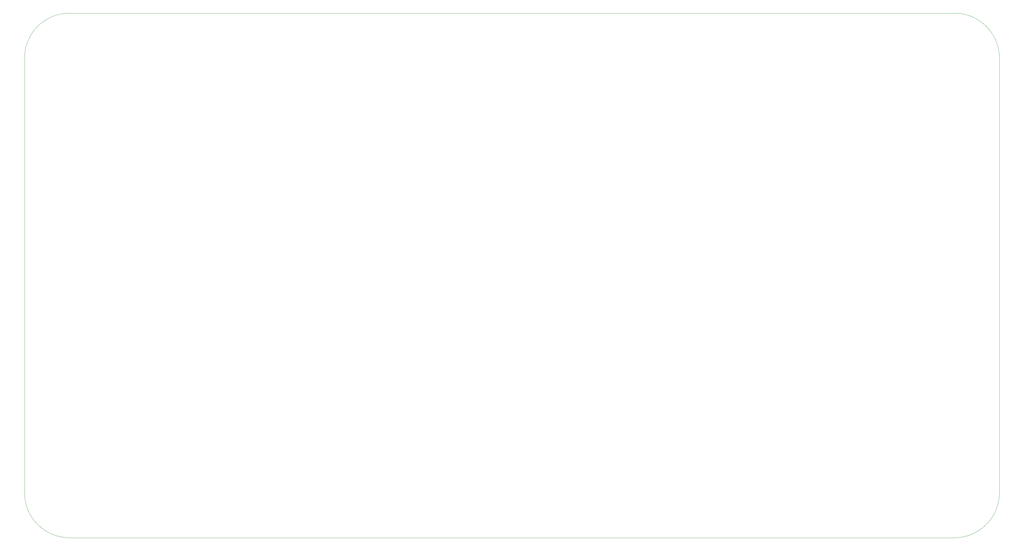
<source format=gm1>
G04 #@! TF.GenerationSoftware,KiCad,Pcbnew,7.0.5*
G04 #@! TF.CreationDate,2023-09-08T18:01:39-04:00*
G04 #@! TF.ProjectId,Rory Hitbox Full Pcb,526f7279-2048-4697-9462-6f782046756c,rev?*
G04 #@! TF.SameCoordinates,Original*
G04 #@! TF.FileFunction,Profile,NP*
%FSLAX46Y46*%
G04 Gerber Fmt 4.6, Leading zero omitted, Abs format (unit mm)*
G04 Created by KiCad (PCBNEW 7.0.5) date 2023-09-08 18:01:39*
%MOMM*%
%LPD*%
G01*
G04 APERTURE LIST*
G04 #@! TA.AperFunction,Profile*
%ADD10C,0.100000*%
G04 #@! TD*
G04 APERTURE END LIST*
D10*
X335093398Y-19593398D02*
X630093398Y-19593398D01*
X645093402Y-34593398D02*
G75*
G03*
X630093398Y-19593398I-15000002J-2D01*
G01*
X630093398Y-194593398D02*
G75*
G03*
X645093398Y-179593398I2J14999998D01*
G01*
X335093398Y-19593398D02*
G75*
G03*
X320093398Y-34593398I2J-15000002D01*
G01*
X320093398Y-34593398D02*
X320093398Y-179593398D01*
X320093402Y-179593398D02*
G75*
G03*
X335093398Y-194593398I14999998J-2D01*
G01*
X645093398Y-34593398D02*
X645093398Y-179593398D01*
X335093398Y-194593398D02*
X630093398Y-194593398D01*
M02*

</source>
